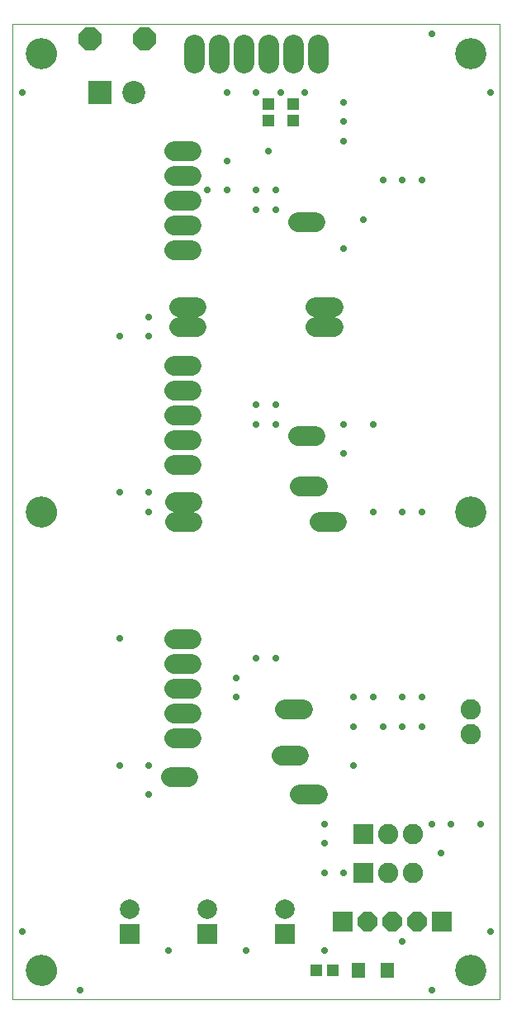
<source format=gts>
G75*
%MOIN*%
%OFA0B0*%
%FSLAX25Y25*%
%IPPOS*%
%LPD*%
%AMOC8*
5,1,8,0,0,1.08239X$1,22.5*
%
%ADD10C,0.00000*%
%ADD11C,0.12611*%
%ADD12C,0.08200*%
%ADD13OC8,0.07887*%
%ADD14R,0.07887X0.07887*%
%ADD15C,0.07887*%
%ADD16R,0.05524X0.06312*%
%ADD17R,0.05131X0.04737*%
%ADD18C,0.08000*%
%ADD19R,0.08200X0.08200*%
%ADD20C,0.08200*%
%ADD21R,0.04737X0.05131*%
%ADD22R,0.09304X0.09304*%
%ADD23C,0.09304*%
%ADD24OC8,0.02581*%
%ADD25OC8,0.09400*%
D10*
X0001400Y0001400D02*
X0001400Y0395101D01*
X0198250Y0395101D01*
X0198250Y0001400D01*
X0001400Y0001400D01*
X0007305Y0013211D02*
X0007307Y0013364D01*
X0007313Y0013518D01*
X0007323Y0013671D01*
X0007337Y0013823D01*
X0007355Y0013976D01*
X0007377Y0014127D01*
X0007402Y0014278D01*
X0007432Y0014429D01*
X0007466Y0014579D01*
X0007503Y0014727D01*
X0007544Y0014875D01*
X0007589Y0015021D01*
X0007638Y0015167D01*
X0007691Y0015311D01*
X0007747Y0015453D01*
X0007807Y0015594D01*
X0007871Y0015734D01*
X0007938Y0015872D01*
X0008009Y0016008D01*
X0008084Y0016142D01*
X0008161Y0016274D01*
X0008243Y0016404D01*
X0008327Y0016532D01*
X0008415Y0016658D01*
X0008506Y0016781D01*
X0008600Y0016902D01*
X0008698Y0017020D01*
X0008798Y0017136D01*
X0008902Y0017249D01*
X0009008Y0017360D01*
X0009117Y0017468D01*
X0009229Y0017573D01*
X0009343Y0017674D01*
X0009461Y0017773D01*
X0009580Y0017869D01*
X0009702Y0017962D01*
X0009827Y0018051D01*
X0009954Y0018138D01*
X0010083Y0018220D01*
X0010214Y0018300D01*
X0010347Y0018376D01*
X0010482Y0018449D01*
X0010619Y0018518D01*
X0010758Y0018583D01*
X0010898Y0018645D01*
X0011040Y0018703D01*
X0011183Y0018758D01*
X0011328Y0018809D01*
X0011474Y0018856D01*
X0011621Y0018899D01*
X0011769Y0018938D01*
X0011918Y0018974D01*
X0012068Y0019005D01*
X0012219Y0019033D01*
X0012370Y0019057D01*
X0012523Y0019077D01*
X0012675Y0019093D01*
X0012828Y0019105D01*
X0012981Y0019113D01*
X0013134Y0019117D01*
X0013288Y0019117D01*
X0013441Y0019113D01*
X0013594Y0019105D01*
X0013747Y0019093D01*
X0013899Y0019077D01*
X0014052Y0019057D01*
X0014203Y0019033D01*
X0014354Y0019005D01*
X0014504Y0018974D01*
X0014653Y0018938D01*
X0014801Y0018899D01*
X0014948Y0018856D01*
X0015094Y0018809D01*
X0015239Y0018758D01*
X0015382Y0018703D01*
X0015524Y0018645D01*
X0015664Y0018583D01*
X0015803Y0018518D01*
X0015940Y0018449D01*
X0016075Y0018376D01*
X0016208Y0018300D01*
X0016339Y0018220D01*
X0016468Y0018138D01*
X0016595Y0018051D01*
X0016720Y0017962D01*
X0016842Y0017869D01*
X0016961Y0017773D01*
X0017079Y0017674D01*
X0017193Y0017573D01*
X0017305Y0017468D01*
X0017414Y0017360D01*
X0017520Y0017249D01*
X0017624Y0017136D01*
X0017724Y0017020D01*
X0017822Y0016902D01*
X0017916Y0016781D01*
X0018007Y0016658D01*
X0018095Y0016532D01*
X0018179Y0016404D01*
X0018261Y0016274D01*
X0018338Y0016142D01*
X0018413Y0016008D01*
X0018484Y0015872D01*
X0018551Y0015734D01*
X0018615Y0015594D01*
X0018675Y0015453D01*
X0018731Y0015311D01*
X0018784Y0015167D01*
X0018833Y0015021D01*
X0018878Y0014875D01*
X0018919Y0014727D01*
X0018956Y0014579D01*
X0018990Y0014429D01*
X0019020Y0014278D01*
X0019045Y0014127D01*
X0019067Y0013976D01*
X0019085Y0013823D01*
X0019099Y0013671D01*
X0019109Y0013518D01*
X0019115Y0013364D01*
X0019117Y0013211D01*
X0019115Y0013058D01*
X0019109Y0012904D01*
X0019099Y0012751D01*
X0019085Y0012599D01*
X0019067Y0012446D01*
X0019045Y0012295D01*
X0019020Y0012144D01*
X0018990Y0011993D01*
X0018956Y0011843D01*
X0018919Y0011695D01*
X0018878Y0011547D01*
X0018833Y0011401D01*
X0018784Y0011255D01*
X0018731Y0011111D01*
X0018675Y0010969D01*
X0018615Y0010828D01*
X0018551Y0010688D01*
X0018484Y0010550D01*
X0018413Y0010414D01*
X0018338Y0010280D01*
X0018261Y0010148D01*
X0018179Y0010018D01*
X0018095Y0009890D01*
X0018007Y0009764D01*
X0017916Y0009641D01*
X0017822Y0009520D01*
X0017724Y0009402D01*
X0017624Y0009286D01*
X0017520Y0009173D01*
X0017414Y0009062D01*
X0017305Y0008954D01*
X0017193Y0008849D01*
X0017079Y0008748D01*
X0016961Y0008649D01*
X0016842Y0008553D01*
X0016720Y0008460D01*
X0016595Y0008371D01*
X0016468Y0008284D01*
X0016339Y0008202D01*
X0016208Y0008122D01*
X0016075Y0008046D01*
X0015940Y0007973D01*
X0015803Y0007904D01*
X0015664Y0007839D01*
X0015524Y0007777D01*
X0015382Y0007719D01*
X0015239Y0007664D01*
X0015094Y0007613D01*
X0014948Y0007566D01*
X0014801Y0007523D01*
X0014653Y0007484D01*
X0014504Y0007448D01*
X0014354Y0007417D01*
X0014203Y0007389D01*
X0014052Y0007365D01*
X0013899Y0007345D01*
X0013747Y0007329D01*
X0013594Y0007317D01*
X0013441Y0007309D01*
X0013288Y0007305D01*
X0013134Y0007305D01*
X0012981Y0007309D01*
X0012828Y0007317D01*
X0012675Y0007329D01*
X0012523Y0007345D01*
X0012370Y0007365D01*
X0012219Y0007389D01*
X0012068Y0007417D01*
X0011918Y0007448D01*
X0011769Y0007484D01*
X0011621Y0007523D01*
X0011474Y0007566D01*
X0011328Y0007613D01*
X0011183Y0007664D01*
X0011040Y0007719D01*
X0010898Y0007777D01*
X0010758Y0007839D01*
X0010619Y0007904D01*
X0010482Y0007973D01*
X0010347Y0008046D01*
X0010214Y0008122D01*
X0010083Y0008202D01*
X0009954Y0008284D01*
X0009827Y0008371D01*
X0009702Y0008460D01*
X0009580Y0008553D01*
X0009461Y0008649D01*
X0009343Y0008748D01*
X0009229Y0008849D01*
X0009117Y0008954D01*
X0009008Y0009062D01*
X0008902Y0009173D01*
X0008798Y0009286D01*
X0008698Y0009402D01*
X0008600Y0009520D01*
X0008506Y0009641D01*
X0008415Y0009764D01*
X0008327Y0009890D01*
X0008243Y0010018D01*
X0008161Y0010148D01*
X0008084Y0010280D01*
X0008009Y0010414D01*
X0007938Y0010550D01*
X0007871Y0010688D01*
X0007807Y0010828D01*
X0007747Y0010969D01*
X0007691Y0011111D01*
X0007638Y0011255D01*
X0007589Y0011401D01*
X0007544Y0011547D01*
X0007503Y0011695D01*
X0007466Y0011843D01*
X0007432Y0011993D01*
X0007402Y0012144D01*
X0007377Y0012295D01*
X0007355Y0012446D01*
X0007337Y0012599D01*
X0007323Y0012751D01*
X0007313Y0012904D01*
X0007307Y0013058D01*
X0007305Y0013211D01*
X0007305Y0198250D02*
X0007307Y0198403D01*
X0007313Y0198557D01*
X0007323Y0198710D01*
X0007337Y0198862D01*
X0007355Y0199015D01*
X0007377Y0199166D01*
X0007402Y0199317D01*
X0007432Y0199468D01*
X0007466Y0199618D01*
X0007503Y0199766D01*
X0007544Y0199914D01*
X0007589Y0200060D01*
X0007638Y0200206D01*
X0007691Y0200350D01*
X0007747Y0200492D01*
X0007807Y0200633D01*
X0007871Y0200773D01*
X0007938Y0200911D01*
X0008009Y0201047D01*
X0008084Y0201181D01*
X0008161Y0201313D01*
X0008243Y0201443D01*
X0008327Y0201571D01*
X0008415Y0201697D01*
X0008506Y0201820D01*
X0008600Y0201941D01*
X0008698Y0202059D01*
X0008798Y0202175D01*
X0008902Y0202288D01*
X0009008Y0202399D01*
X0009117Y0202507D01*
X0009229Y0202612D01*
X0009343Y0202713D01*
X0009461Y0202812D01*
X0009580Y0202908D01*
X0009702Y0203001D01*
X0009827Y0203090D01*
X0009954Y0203177D01*
X0010083Y0203259D01*
X0010214Y0203339D01*
X0010347Y0203415D01*
X0010482Y0203488D01*
X0010619Y0203557D01*
X0010758Y0203622D01*
X0010898Y0203684D01*
X0011040Y0203742D01*
X0011183Y0203797D01*
X0011328Y0203848D01*
X0011474Y0203895D01*
X0011621Y0203938D01*
X0011769Y0203977D01*
X0011918Y0204013D01*
X0012068Y0204044D01*
X0012219Y0204072D01*
X0012370Y0204096D01*
X0012523Y0204116D01*
X0012675Y0204132D01*
X0012828Y0204144D01*
X0012981Y0204152D01*
X0013134Y0204156D01*
X0013288Y0204156D01*
X0013441Y0204152D01*
X0013594Y0204144D01*
X0013747Y0204132D01*
X0013899Y0204116D01*
X0014052Y0204096D01*
X0014203Y0204072D01*
X0014354Y0204044D01*
X0014504Y0204013D01*
X0014653Y0203977D01*
X0014801Y0203938D01*
X0014948Y0203895D01*
X0015094Y0203848D01*
X0015239Y0203797D01*
X0015382Y0203742D01*
X0015524Y0203684D01*
X0015664Y0203622D01*
X0015803Y0203557D01*
X0015940Y0203488D01*
X0016075Y0203415D01*
X0016208Y0203339D01*
X0016339Y0203259D01*
X0016468Y0203177D01*
X0016595Y0203090D01*
X0016720Y0203001D01*
X0016842Y0202908D01*
X0016961Y0202812D01*
X0017079Y0202713D01*
X0017193Y0202612D01*
X0017305Y0202507D01*
X0017414Y0202399D01*
X0017520Y0202288D01*
X0017624Y0202175D01*
X0017724Y0202059D01*
X0017822Y0201941D01*
X0017916Y0201820D01*
X0018007Y0201697D01*
X0018095Y0201571D01*
X0018179Y0201443D01*
X0018261Y0201313D01*
X0018338Y0201181D01*
X0018413Y0201047D01*
X0018484Y0200911D01*
X0018551Y0200773D01*
X0018615Y0200633D01*
X0018675Y0200492D01*
X0018731Y0200350D01*
X0018784Y0200206D01*
X0018833Y0200060D01*
X0018878Y0199914D01*
X0018919Y0199766D01*
X0018956Y0199618D01*
X0018990Y0199468D01*
X0019020Y0199317D01*
X0019045Y0199166D01*
X0019067Y0199015D01*
X0019085Y0198862D01*
X0019099Y0198710D01*
X0019109Y0198557D01*
X0019115Y0198403D01*
X0019117Y0198250D01*
X0019115Y0198097D01*
X0019109Y0197943D01*
X0019099Y0197790D01*
X0019085Y0197638D01*
X0019067Y0197485D01*
X0019045Y0197334D01*
X0019020Y0197183D01*
X0018990Y0197032D01*
X0018956Y0196882D01*
X0018919Y0196734D01*
X0018878Y0196586D01*
X0018833Y0196440D01*
X0018784Y0196294D01*
X0018731Y0196150D01*
X0018675Y0196008D01*
X0018615Y0195867D01*
X0018551Y0195727D01*
X0018484Y0195589D01*
X0018413Y0195453D01*
X0018338Y0195319D01*
X0018261Y0195187D01*
X0018179Y0195057D01*
X0018095Y0194929D01*
X0018007Y0194803D01*
X0017916Y0194680D01*
X0017822Y0194559D01*
X0017724Y0194441D01*
X0017624Y0194325D01*
X0017520Y0194212D01*
X0017414Y0194101D01*
X0017305Y0193993D01*
X0017193Y0193888D01*
X0017079Y0193787D01*
X0016961Y0193688D01*
X0016842Y0193592D01*
X0016720Y0193499D01*
X0016595Y0193410D01*
X0016468Y0193323D01*
X0016339Y0193241D01*
X0016208Y0193161D01*
X0016075Y0193085D01*
X0015940Y0193012D01*
X0015803Y0192943D01*
X0015664Y0192878D01*
X0015524Y0192816D01*
X0015382Y0192758D01*
X0015239Y0192703D01*
X0015094Y0192652D01*
X0014948Y0192605D01*
X0014801Y0192562D01*
X0014653Y0192523D01*
X0014504Y0192487D01*
X0014354Y0192456D01*
X0014203Y0192428D01*
X0014052Y0192404D01*
X0013899Y0192384D01*
X0013747Y0192368D01*
X0013594Y0192356D01*
X0013441Y0192348D01*
X0013288Y0192344D01*
X0013134Y0192344D01*
X0012981Y0192348D01*
X0012828Y0192356D01*
X0012675Y0192368D01*
X0012523Y0192384D01*
X0012370Y0192404D01*
X0012219Y0192428D01*
X0012068Y0192456D01*
X0011918Y0192487D01*
X0011769Y0192523D01*
X0011621Y0192562D01*
X0011474Y0192605D01*
X0011328Y0192652D01*
X0011183Y0192703D01*
X0011040Y0192758D01*
X0010898Y0192816D01*
X0010758Y0192878D01*
X0010619Y0192943D01*
X0010482Y0193012D01*
X0010347Y0193085D01*
X0010214Y0193161D01*
X0010083Y0193241D01*
X0009954Y0193323D01*
X0009827Y0193410D01*
X0009702Y0193499D01*
X0009580Y0193592D01*
X0009461Y0193688D01*
X0009343Y0193787D01*
X0009229Y0193888D01*
X0009117Y0193993D01*
X0009008Y0194101D01*
X0008902Y0194212D01*
X0008798Y0194325D01*
X0008698Y0194441D01*
X0008600Y0194559D01*
X0008506Y0194680D01*
X0008415Y0194803D01*
X0008327Y0194929D01*
X0008243Y0195057D01*
X0008161Y0195187D01*
X0008084Y0195319D01*
X0008009Y0195453D01*
X0007938Y0195589D01*
X0007871Y0195727D01*
X0007807Y0195867D01*
X0007747Y0196008D01*
X0007691Y0196150D01*
X0007638Y0196294D01*
X0007589Y0196440D01*
X0007544Y0196586D01*
X0007503Y0196734D01*
X0007466Y0196882D01*
X0007432Y0197032D01*
X0007402Y0197183D01*
X0007377Y0197334D01*
X0007355Y0197485D01*
X0007337Y0197638D01*
X0007323Y0197790D01*
X0007313Y0197943D01*
X0007307Y0198097D01*
X0007305Y0198250D01*
X0007305Y0383290D02*
X0007307Y0383443D01*
X0007313Y0383597D01*
X0007323Y0383750D01*
X0007337Y0383902D01*
X0007355Y0384055D01*
X0007377Y0384206D01*
X0007402Y0384357D01*
X0007432Y0384508D01*
X0007466Y0384658D01*
X0007503Y0384806D01*
X0007544Y0384954D01*
X0007589Y0385100D01*
X0007638Y0385246D01*
X0007691Y0385390D01*
X0007747Y0385532D01*
X0007807Y0385673D01*
X0007871Y0385813D01*
X0007938Y0385951D01*
X0008009Y0386087D01*
X0008084Y0386221D01*
X0008161Y0386353D01*
X0008243Y0386483D01*
X0008327Y0386611D01*
X0008415Y0386737D01*
X0008506Y0386860D01*
X0008600Y0386981D01*
X0008698Y0387099D01*
X0008798Y0387215D01*
X0008902Y0387328D01*
X0009008Y0387439D01*
X0009117Y0387547D01*
X0009229Y0387652D01*
X0009343Y0387753D01*
X0009461Y0387852D01*
X0009580Y0387948D01*
X0009702Y0388041D01*
X0009827Y0388130D01*
X0009954Y0388217D01*
X0010083Y0388299D01*
X0010214Y0388379D01*
X0010347Y0388455D01*
X0010482Y0388528D01*
X0010619Y0388597D01*
X0010758Y0388662D01*
X0010898Y0388724D01*
X0011040Y0388782D01*
X0011183Y0388837D01*
X0011328Y0388888D01*
X0011474Y0388935D01*
X0011621Y0388978D01*
X0011769Y0389017D01*
X0011918Y0389053D01*
X0012068Y0389084D01*
X0012219Y0389112D01*
X0012370Y0389136D01*
X0012523Y0389156D01*
X0012675Y0389172D01*
X0012828Y0389184D01*
X0012981Y0389192D01*
X0013134Y0389196D01*
X0013288Y0389196D01*
X0013441Y0389192D01*
X0013594Y0389184D01*
X0013747Y0389172D01*
X0013899Y0389156D01*
X0014052Y0389136D01*
X0014203Y0389112D01*
X0014354Y0389084D01*
X0014504Y0389053D01*
X0014653Y0389017D01*
X0014801Y0388978D01*
X0014948Y0388935D01*
X0015094Y0388888D01*
X0015239Y0388837D01*
X0015382Y0388782D01*
X0015524Y0388724D01*
X0015664Y0388662D01*
X0015803Y0388597D01*
X0015940Y0388528D01*
X0016075Y0388455D01*
X0016208Y0388379D01*
X0016339Y0388299D01*
X0016468Y0388217D01*
X0016595Y0388130D01*
X0016720Y0388041D01*
X0016842Y0387948D01*
X0016961Y0387852D01*
X0017079Y0387753D01*
X0017193Y0387652D01*
X0017305Y0387547D01*
X0017414Y0387439D01*
X0017520Y0387328D01*
X0017624Y0387215D01*
X0017724Y0387099D01*
X0017822Y0386981D01*
X0017916Y0386860D01*
X0018007Y0386737D01*
X0018095Y0386611D01*
X0018179Y0386483D01*
X0018261Y0386353D01*
X0018338Y0386221D01*
X0018413Y0386087D01*
X0018484Y0385951D01*
X0018551Y0385813D01*
X0018615Y0385673D01*
X0018675Y0385532D01*
X0018731Y0385390D01*
X0018784Y0385246D01*
X0018833Y0385100D01*
X0018878Y0384954D01*
X0018919Y0384806D01*
X0018956Y0384658D01*
X0018990Y0384508D01*
X0019020Y0384357D01*
X0019045Y0384206D01*
X0019067Y0384055D01*
X0019085Y0383902D01*
X0019099Y0383750D01*
X0019109Y0383597D01*
X0019115Y0383443D01*
X0019117Y0383290D01*
X0019115Y0383137D01*
X0019109Y0382983D01*
X0019099Y0382830D01*
X0019085Y0382678D01*
X0019067Y0382525D01*
X0019045Y0382374D01*
X0019020Y0382223D01*
X0018990Y0382072D01*
X0018956Y0381922D01*
X0018919Y0381774D01*
X0018878Y0381626D01*
X0018833Y0381480D01*
X0018784Y0381334D01*
X0018731Y0381190D01*
X0018675Y0381048D01*
X0018615Y0380907D01*
X0018551Y0380767D01*
X0018484Y0380629D01*
X0018413Y0380493D01*
X0018338Y0380359D01*
X0018261Y0380227D01*
X0018179Y0380097D01*
X0018095Y0379969D01*
X0018007Y0379843D01*
X0017916Y0379720D01*
X0017822Y0379599D01*
X0017724Y0379481D01*
X0017624Y0379365D01*
X0017520Y0379252D01*
X0017414Y0379141D01*
X0017305Y0379033D01*
X0017193Y0378928D01*
X0017079Y0378827D01*
X0016961Y0378728D01*
X0016842Y0378632D01*
X0016720Y0378539D01*
X0016595Y0378450D01*
X0016468Y0378363D01*
X0016339Y0378281D01*
X0016208Y0378201D01*
X0016075Y0378125D01*
X0015940Y0378052D01*
X0015803Y0377983D01*
X0015664Y0377918D01*
X0015524Y0377856D01*
X0015382Y0377798D01*
X0015239Y0377743D01*
X0015094Y0377692D01*
X0014948Y0377645D01*
X0014801Y0377602D01*
X0014653Y0377563D01*
X0014504Y0377527D01*
X0014354Y0377496D01*
X0014203Y0377468D01*
X0014052Y0377444D01*
X0013899Y0377424D01*
X0013747Y0377408D01*
X0013594Y0377396D01*
X0013441Y0377388D01*
X0013288Y0377384D01*
X0013134Y0377384D01*
X0012981Y0377388D01*
X0012828Y0377396D01*
X0012675Y0377408D01*
X0012523Y0377424D01*
X0012370Y0377444D01*
X0012219Y0377468D01*
X0012068Y0377496D01*
X0011918Y0377527D01*
X0011769Y0377563D01*
X0011621Y0377602D01*
X0011474Y0377645D01*
X0011328Y0377692D01*
X0011183Y0377743D01*
X0011040Y0377798D01*
X0010898Y0377856D01*
X0010758Y0377918D01*
X0010619Y0377983D01*
X0010482Y0378052D01*
X0010347Y0378125D01*
X0010214Y0378201D01*
X0010083Y0378281D01*
X0009954Y0378363D01*
X0009827Y0378450D01*
X0009702Y0378539D01*
X0009580Y0378632D01*
X0009461Y0378728D01*
X0009343Y0378827D01*
X0009229Y0378928D01*
X0009117Y0379033D01*
X0009008Y0379141D01*
X0008902Y0379252D01*
X0008798Y0379365D01*
X0008698Y0379481D01*
X0008600Y0379599D01*
X0008506Y0379720D01*
X0008415Y0379843D01*
X0008327Y0379969D01*
X0008243Y0380097D01*
X0008161Y0380227D01*
X0008084Y0380359D01*
X0008009Y0380493D01*
X0007938Y0380629D01*
X0007871Y0380767D01*
X0007807Y0380907D01*
X0007747Y0381048D01*
X0007691Y0381190D01*
X0007638Y0381334D01*
X0007589Y0381480D01*
X0007544Y0381626D01*
X0007503Y0381774D01*
X0007466Y0381922D01*
X0007432Y0382072D01*
X0007402Y0382223D01*
X0007377Y0382374D01*
X0007355Y0382525D01*
X0007337Y0382678D01*
X0007323Y0382830D01*
X0007313Y0382983D01*
X0007307Y0383137D01*
X0007305Y0383290D01*
X0180533Y0383290D02*
X0180535Y0383443D01*
X0180541Y0383597D01*
X0180551Y0383750D01*
X0180565Y0383902D01*
X0180583Y0384055D01*
X0180605Y0384206D01*
X0180630Y0384357D01*
X0180660Y0384508D01*
X0180694Y0384658D01*
X0180731Y0384806D01*
X0180772Y0384954D01*
X0180817Y0385100D01*
X0180866Y0385246D01*
X0180919Y0385390D01*
X0180975Y0385532D01*
X0181035Y0385673D01*
X0181099Y0385813D01*
X0181166Y0385951D01*
X0181237Y0386087D01*
X0181312Y0386221D01*
X0181389Y0386353D01*
X0181471Y0386483D01*
X0181555Y0386611D01*
X0181643Y0386737D01*
X0181734Y0386860D01*
X0181828Y0386981D01*
X0181926Y0387099D01*
X0182026Y0387215D01*
X0182130Y0387328D01*
X0182236Y0387439D01*
X0182345Y0387547D01*
X0182457Y0387652D01*
X0182571Y0387753D01*
X0182689Y0387852D01*
X0182808Y0387948D01*
X0182930Y0388041D01*
X0183055Y0388130D01*
X0183182Y0388217D01*
X0183311Y0388299D01*
X0183442Y0388379D01*
X0183575Y0388455D01*
X0183710Y0388528D01*
X0183847Y0388597D01*
X0183986Y0388662D01*
X0184126Y0388724D01*
X0184268Y0388782D01*
X0184411Y0388837D01*
X0184556Y0388888D01*
X0184702Y0388935D01*
X0184849Y0388978D01*
X0184997Y0389017D01*
X0185146Y0389053D01*
X0185296Y0389084D01*
X0185447Y0389112D01*
X0185598Y0389136D01*
X0185751Y0389156D01*
X0185903Y0389172D01*
X0186056Y0389184D01*
X0186209Y0389192D01*
X0186362Y0389196D01*
X0186516Y0389196D01*
X0186669Y0389192D01*
X0186822Y0389184D01*
X0186975Y0389172D01*
X0187127Y0389156D01*
X0187280Y0389136D01*
X0187431Y0389112D01*
X0187582Y0389084D01*
X0187732Y0389053D01*
X0187881Y0389017D01*
X0188029Y0388978D01*
X0188176Y0388935D01*
X0188322Y0388888D01*
X0188467Y0388837D01*
X0188610Y0388782D01*
X0188752Y0388724D01*
X0188892Y0388662D01*
X0189031Y0388597D01*
X0189168Y0388528D01*
X0189303Y0388455D01*
X0189436Y0388379D01*
X0189567Y0388299D01*
X0189696Y0388217D01*
X0189823Y0388130D01*
X0189948Y0388041D01*
X0190070Y0387948D01*
X0190189Y0387852D01*
X0190307Y0387753D01*
X0190421Y0387652D01*
X0190533Y0387547D01*
X0190642Y0387439D01*
X0190748Y0387328D01*
X0190852Y0387215D01*
X0190952Y0387099D01*
X0191050Y0386981D01*
X0191144Y0386860D01*
X0191235Y0386737D01*
X0191323Y0386611D01*
X0191407Y0386483D01*
X0191489Y0386353D01*
X0191566Y0386221D01*
X0191641Y0386087D01*
X0191712Y0385951D01*
X0191779Y0385813D01*
X0191843Y0385673D01*
X0191903Y0385532D01*
X0191959Y0385390D01*
X0192012Y0385246D01*
X0192061Y0385100D01*
X0192106Y0384954D01*
X0192147Y0384806D01*
X0192184Y0384658D01*
X0192218Y0384508D01*
X0192248Y0384357D01*
X0192273Y0384206D01*
X0192295Y0384055D01*
X0192313Y0383902D01*
X0192327Y0383750D01*
X0192337Y0383597D01*
X0192343Y0383443D01*
X0192345Y0383290D01*
X0192343Y0383137D01*
X0192337Y0382983D01*
X0192327Y0382830D01*
X0192313Y0382678D01*
X0192295Y0382525D01*
X0192273Y0382374D01*
X0192248Y0382223D01*
X0192218Y0382072D01*
X0192184Y0381922D01*
X0192147Y0381774D01*
X0192106Y0381626D01*
X0192061Y0381480D01*
X0192012Y0381334D01*
X0191959Y0381190D01*
X0191903Y0381048D01*
X0191843Y0380907D01*
X0191779Y0380767D01*
X0191712Y0380629D01*
X0191641Y0380493D01*
X0191566Y0380359D01*
X0191489Y0380227D01*
X0191407Y0380097D01*
X0191323Y0379969D01*
X0191235Y0379843D01*
X0191144Y0379720D01*
X0191050Y0379599D01*
X0190952Y0379481D01*
X0190852Y0379365D01*
X0190748Y0379252D01*
X0190642Y0379141D01*
X0190533Y0379033D01*
X0190421Y0378928D01*
X0190307Y0378827D01*
X0190189Y0378728D01*
X0190070Y0378632D01*
X0189948Y0378539D01*
X0189823Y0378450D01*
X0189696Y0378363D01*
X0189567Y0378281D01*
X0189436Y0378201D01*
X0189303Y0378125D01*
X0189168Y0378052D01*
X0189031Y0377983D01*
X0188892Y0377918D01*
X0188752Y0377856D01*
X0188610Y0377798D01*
X0188467Y0377743D01*
X0188322Y0377692D01*
X0188176Y0377645D01*
X0188029Y0377602D01*
X0187881Y0377563D01*
X0187732Y0377527D01*
X0187582Y0377496D01*
X0187431Y0377468D01*
X0187280Y0377444D01*
X0187127Y0377424D01*
X0186975Y0377408D01*
X0186822Y0377396D01*
X0186669Y0377388D01*
X0186516Y0377384D01*
X0186362Y0377384D01*
X0186209Y0377388D01*
X0186056Y0377396D01*
X0185903Y0377408D01*
X0185751Y0377424D01*
X0185598Y0377444D01*
X0185447Y0377468D01*
X0185296Y0377496D01*
X0185146Y0377527D01*
X0184997Y0377563D01*
X0184849Y0377602D01*
X0184702Y0377645D01*
X0184556Y0377692D01*
X0184411Y0377743D01*
X0184268Y0377798D01*
X0184126Y0377856D01*
X0183986Y0377918D01*
X0183847Y0377983D01*
X0183710Y0378052D01*
X0183575Y0378125D01*
X0183442Y0378201D01*
X0183311Y0378281D01*
X0183182Y0378363D01*
X0183055Y0378450D01*
X0182930Y0378539D01*
X0182808Y0378632D01*
X0182689Y0378728D01*
X0182571Y0378827D01*
X0182457Y0378928D01*
X0182345Y0379033D01*
X0182236Y0379141D01*
X0182130Y0379252D01*
X0182026Y0379365D01*
X0181926Y0379481D01*
X0181828Y0379599D01*
X0181734Y0379720D01*
X0181643Y0379843D01*
X0181555Y0379969D01*
X0181471Y0380097D01*
X0181389Y0380227D01*
X0181312Y0380359D01*
X0181237Y0380493D01*
X0181166Y0380629D01*
X0181099Y0380767D01*
X0181035Y0380907D01*
X0180975Y0381048D01*
X0180919Y0381190D01*
X0180866Y0381334D01*
X0180817Y0381480D01*
X0180772Y0381626D01*
X0180731Y0381774D01*
X0180694Y0381922D01*
X0180660Y0382072D01*
X0180630Y0382223D01*
X0180605Y0382374D01*
X0180583Y0382525D01*
X0180565Y0382678D01*
X0180551Y0382830D01*
X0180541Y0382983D01*
X0180535Y0383137D01*
X0180533Y0383290D01*
X0180533Y0198250D02*
X0180535Y0198403D01*
X0180541Y0198557D01*
X0180551Y0198710D01*
X0180565Y0198862D01*
X0180583Y0199015D01*
X0180605Y0199166D01*
X0180630Y0199317D01*
X0180660Y0199468D01*
X0180694Y0199618D01*
X0180731Y0199766D01*
X0180772Y0199914D01*
X0180817Y0200060D01*
X0180866Y0200206D01*
X0180919Y0200350D01*
X0180975Y0200492D01*
X0181035Y0200633D01*
X0181099Y0200773D01*
X0181166Y0200911D01*
X0181237Y0201047D01*
X0181312Y0201181D01*
X0181389Y0201313D01*
X0181471Y0201443D01*
X0181555Y0201571D01*
X0181643Y0201697D01*
X0181734Y0201820D01*
X0181828Y0201941D01*
X0181926Y0202059D01*
X0182026Y0202175D01*
X0182130Y0202288D01*
X0182236Y0202399D01*
X0182345Y0202507D01*
X0182457Y0202612D01*
X0182571Y0202713D01*
X0182689Y0202812D01*
X0182808Y0202908D01*
X0182930Y0203001D01*
X0183055Y0203090D01*
X0183182Y0203177D01*
X0183311Y0203259D01*
X0183442Y0203339D01*
X0183575Y0203415D01*
X0183710Y0203488D01*
X0183847Y0203557D01*
X0183986Y0203622D01*
X0184126Y0203684D01*
X0184268Y0203742D01*
X0184411Y0203797D01*
X0184556Y0203848D01*
X0184702Y0203895D01*
X0184849Y0203938D01*
X0184997Y0203977D01*
X0185146Y0204013D01*
X0185296Y0204044D01*
X0185447Y0204072D01*
X0185598Y0204096D01*
X0185751Y0204116D01*
X0185903Y0204132D01*
X0186056Y0204144D01*
X0186209Y0204152D01*
X0186362Y0204156D01*
X0186516Y0204156D01*
X0186669Y0204152D01*
X0186822Y0204144D01*
X0186975Y0204132D01*
X0187127Y0204116D01*
X0187280Y0204096D01*
X0187431Y0204072D01*
X0187582Y0204044D01*
X0187732Y0204013D01*
X0187881Y0203977D01*
X0188029Y0203938D01*
X0188176Y0203895D01*
X0188322Y0203848D01*
X0188467Y0203797D01*
X0188610Y0203742D01*
X0188752Y0203684D01*
X0188892Y0203622D01*
X0189031Y0203557D01*
X0189168Y0203488D01*
X0189303Y0203415D01*
X0189436Y0203339D01*
X0189567Y0203259D01*
X0189696Y0203177D01*
X0189823Y0203090D01*
X0189948Y0203001D01*
X0190070Y0202908D01*
X0190189Y0202812D01*
X0190307Y0202713D01*
X0190421Y0202612D01*
X0190533Y0202507D01*
X0190642Y0202399D01*
X0190748Y0202288D01*
X0190852Y0202175D01*
X0190952Y0202059D01*
X0191050Y0201941D01*
X0191144Y0201820D01*
X0191235Y0201697D01*
X0191323Y0201571D01*
X0191407Y0201443D01*
X0191489Y0201313D01*
X0191566Y0201181D01*
X0191641Y0201047D01*
X0191712Y0200911D01*
X0191779Y0200773D01*
X0191843Y0200633D01*
X0191903Y0200492D01*
X0191959Y0200350D01*
X0192012Y0200206D01*
X0192061Y0200060D01*
X0192106Y0199914D01*
X0192147Y0199766D01*
X0192184Y0199618D01*
X0192218Y0199468D01*
X0192248Y0199317D01*
X0192273Y0199166D01*
X0192295Y0199015D01*
X0192313Y0198862D01*
X0192327Y0198710D01*
X0192337Y0198557D01*
X0192343Y0198403D01*
X0192345Y0198250D01*
X0192343Y0198097D01*
X0192337Y0197943D01*
X0192327Y0197790D01*
X0192313Y0197638D01*
X0192295Y0197485D01*
X0192273Y0197334D01*
X0192248Y0197183D01*
X0192218Y0197032D01*
X0192184Y0196882D01*
X0192147Y0196734D01*
X0192106Y0196586D01*
X0192061Y0196440D01*
X0192012Y0196294D01*
X0191959Y0196150D01*
X0191903Y0196008D01*
X0191843Y0195867D01*
X0191779Y0195727D01*
X0191712Y0195589D01*
X0191641Y0195453D01*
X0191566Y0195319D01*
X0191489Y0195187D01*
X0191407Y0195057D01*
X0191323Y0194929D01*
X0191235Y0194803D01*
X0191144Y0194680D01*
X0191050Y0194559D01*
X0190952Y0194441D01*
X0190852Y0194325D01*
X0190748Y0194212D01*
X0190642Y0194101D01*
X0190533Y0193993D01*
X0190421Y0193888D01*
X0190307Y0193787D01*
X0190189Y0193688D01*
X0190070Y0193592D01*
X0189948Y0193499D01*
X0189823Y0193410D01*
X0189696Y0193323D01*
X0189567Y0193241D01*
X0189436Y0193161D01*
X0189303Y0193085D01*
X0189168Y0193012D01*
X0189031Y0192943D01*
X0188892Y0192878D01*
X0188752Y0192816D01*
X0188610Y0192758D01*
X0188467Y0192703D01*
X0188322Y0192652D01*
X0188176Y0192605D01*
X0188029Y0192562D01*
X0187881Y0192523D01*
X0187732Y0192487D01*
X0187582Y0192456D01*
X0187431Y0192428D01*
X0187280Y0192404D01*
X0187127Y0192384D01*
X0186975Y0192368D01*
X0186822Y0192356D01*
X0186669Y0192348D01*
X0186516Y0192344D01*
X0186362Y0192344D01*
X0186209Y0192348D01*
X0186056Y0192356D01*
X0185903Y0192368D01*
X0185751Y0192384D01*
X0185598Y0192404D01*
X0185447Y0192428D01*
X0185296Y0192456D01*
X0185146Y0192487D01*
X0184997Y0192523D01*
X0184849Y0192562D01*
X0184702Y0192605D01*
X0184556Y0192652D01*
X0184411Y0192703D01*
X0184268Y0192758D01*
X0184126Y0192816D01*
X0183986Y0192878D01*
X0183847Y0192943D01*
X0183710Y0193012D01*
X0183575Y0193085D01*
X0183442Y0193161D01*
X0183311Y0193241D01*
X0183182Y0193323D01*
X0183055Y0193410D01*
X0182930Y0193499D01*
X0182808Y0193592D01*
X0182689Y0193688D01*
X0182571Y0193787D01*
X0182457Y0193888D01*
X0182345Y0193993D01*
X0182236Y0194101D01*
X0182130Y0194212D01*
X0182026Y0194325D01*
X0181926Y0194441D01*
X0181828Y0194559D01*
X0181734Y0194680D01*
X0181643Y0194803D01*
X0181555Y0194929D01*
X0181471Y0195057D01*
X0181389Y0195187D01*
X0181312Y0195319D01*
X0181237Y0195453D01*
X0181166Y0195589D01*
X0181099Y0195727D01*
X0181035Y0195867D01*
X0180975Y0196008D01*
X0180919Y0196150D01*
X0180866Y0196294D01*
X0180817Y0196440D01*
X0180772Y0196586D01*
X0180731Y0196734D01*
X0180694Y0196882D01*
X0180660Y0197032D01*
X0180630Y0197183D01*
X0180605Y0197334D01*
X0180583Y0197485D01*
X0180565Y0197638D01*
X0180551Y0197790D01*
X0180541Y0197943D01*
X0180535Y0198097D01*
X0180533Y0198250D01*
X0180533Y0013211D02*
X0180535Y0013364D01*
X0180541Y0013518D01*
X0180551Y0013671D01*
X0180565Y0013823D01*
X0180583Y0013976D01*
X0180605Y0014127D01*
X0180630Y0014278D01*
X0180660Y0014429D01*
X0180694Y0014579D01*
X0180731Y0014727D01*
X0180772Y0014875D01*
X0180817Y0015021D01*
X0180866Y0015167D01*
X0180919Y0015311D01*
X0180975Y0015453D01*
X0181035Y0015594D01*
X0181099Y0015734D01*
X0181166Y0015872D01*
X0181237Y0016008D01*
X0181312Y0016142D01*
X0181389Y0016274D01*
X0181471Y0016404D01*
X0181555Y0016532D01*
X0181643Y0016658D01*
X0181734Y0016781D01*
X0181828Y0016902D01*
X0181926Y0017020D01*
X0182026Y0017136D01*
X0182130Y0017249D01*
X0182236Y0017360D01*
X0182345Y0017468D01*
X0182457Y0017573D01*
X0182571Y0017674D01*
X0182689Y0017773D01*
X0182808Y0017869D01*
X0182930Y0017962D01*
X0183055Y0018051D01*
X0183182Y0018138D01*
X0183311Y0018220D01*
X0183442Y0018300D01*
X0183575Y0018376D01*
X0183710Y0018449D01*
X0183847Y0018518D01*
X0183986Y0018583D01*
X0184126Y0018645D01*
X0184268Y0018703D01*
X0184411Y0018758D01*
X0184556Y0018809D01*
X0184702Y0018856D01*
X0184849Y0018899D01*
X0184997Y0018938D01*
X0185146Y0018974D01*
X0185296Y0019005D01*
X0185447Y0019033D01*
X0185598Y0019057D01*
X0185751Y0019077D01*
X0185903Y0019093D01*
X0186056Y0019105D01*
X0186209Y0019113D01*
X0186362Y0019117D01*
X0186516Y0019117D01*
X0186669Y0019113D01*
X0186822Y0019105D01*
X0186975Y0019093D01*
X0187127Y0019077D01*
X0187280Y0019057D01*
X0187431Y0019033D01*
X0187582Y0019005D01*
X0187732Y0018974D01*
X0187881Y0018938D01*
X0188029Y0018899D01*
X0188176Y0018856D01*
X0188322Y0018809D01*
X0188467Y0018758D01*
X0188610Y0018703D01*
X0188752Y0018645D01*
X0188892Y0018583D01*
X0189031Y0018518D01*
X0189168Y0018449D01*
X0189303Y0018376D01*
X0189436Y0018300D01*
X0189567Y0018220D01*
X0189696Y0018138D01*
X0189823Y0018051D01*
X0189948Y0017962D01*
X0190070Y0017869D01*
X0190189Y0017773D01*
X0190307Y0017674D01*
X0190421Y0017573D01*
X0190533Y0017468D01*
X0190642Y0017360D01*
X0190748Y0017249D01*
X0190852Y0017136D01*
X0190952Y0017020D01*
X0191050Y0016902D01*
X0191144Y0016781D01*
X0191235Y0016658D01*
X0191323Y0016532D01*
X0191407Y0016404D01*
X0191489Y0016274D01*
X0191566Y0016142D01*
X0191641Y0016008D01*
X0191712Y0015872D01*
X0191779Y0015734D01*
X0191843Y0015594D01*
X0191903Y0015453D01*
X0191959Y0015311D01*
X0192012Y0015167D01*
X0192061Y0015021D01*
X0192106Y0014875D01*
X0192147Y0014727D01*
X0192184Y0014579D01*
X0192218Y0014429D01*
X0192248Y0014278D01*
X0192273Y0014127D01*
X0192295Y0013976D01*
X0192313Y0013823D01*
X0192327Y0013671D01*
X0192337Y0013518D01*
X0192343Y0013364D01*
X0192345Y0013211D01*
X0192343Y0013058D01*
X0192337Y0012904D01*
X0192327Y0012751D01*
X0192313Y0012599D01*
X0192295Y0012446D01*
X0192273Y0012295D01*
X0192248Y0012144D01*
X0192218Y0011993D01*
X0192184Y0011843D01*
X0192147Y0011695D01*
X0192106Y0011547D01*
X0192061Y0011401D01*
X0192012Y0011255D01*
X0191959Y0011111D01*
X0191903Y0010969D01*
X0191843Y0010828D01*
X0191779Y0010688D01*
X0191712Y0010550D01*
X0191641Y0010414D01*
X0191566Y0010280D01*
X0191489Y0010148D01*
X0191407Y0010018D01*
X0191323Y0009890D01*
X0191235Y0009764D01*
X0191144Y0009641D01*
X0191050Y0009520D01*
X0190952Y0009402D01*
X0190852Y0009286D01*
X0190748Y0009173D01*
X0190642Y0009062D01*
X0190533Y0008954D01*
X0190421Y0008849D01*
X0190307Y0008748D01*
X0190189Y0008649D01*
X0190070Y0008553D01*
X0189948Y0008460D01*
X0189823Y0008371D01*
X0189696Y0008284D01*
X0189567Y0008202D01*
X0189436Y0008122D01*
X0189303Y0008046D01*
X0189168Y0007973D01*
X0189031Y0007904D01*
X0188892Y0007839D01*
X0188752Y0007777D01*
X0188610Y0007719D01*
X0188467Y0007664D01*
X0188322Y0007613D01*
X0188176Y0007566D01*
X0188029Y0007523D01*
X0187881Y0007484D01*
X0187732Y0007448D01*
X0187582Y0007417D01*
X0187431Y0007389D01*
X0187280Y0007365D01*
X0187127Y0007345D01*
X0186975Y0007329D01*
X0186822Y0007317D01*
X0186669Y0007309D01*
X0186516Y0007305D01*
X0186362Y0007305D01*
X0186209Y0007309D01*
X0186056Y0007317D01*
X0185903Y0007329D01*
X0185751Y0007345D01*
X0185598Y0007365D01*
X0185447Y0007389D01*
X0185296Y0007417D01*
X0185146Y0007448D01*
X0184997Y0007484D01*
X0184849Y0007523D01*
X0184702Y0007566D01*
X0184556Y0007613D01*
X0184411Y0007664D01*
X0184268Y0007719D01*
X0184126Y0007777D01*
X0183986Y0007839D01*
X0183847Y0007904D01*
X0183710Y0007973D01*
X0183575Y0008046D01*
X0183442Y0008122D01*
X0183311Y0008202D01*
X0183182Y0008284D01*
X0183055Y0008371D01*
X0182930Y0008460D01*
X0182808Y0008553D01*
X0182689Y0008649D01*
X0182571Y0008748D01*
X0182457Y0008849D01*
X0182345Y0008954D01*
X0182236Y0009062D01*
X0182130Y0009173D01*
X0182026Y0009286D01*
X0181926Y0009402D01*
X0181828Y0009520D01*
X0181734Y0009641D01*
X0181643Y0009764D01*
X0181555Y0009890D01*
X0181471Y0010018D01*
X0181389Y0010148D01*
X0181312Y0010280D01*
X0181237Y0010414D01*
X0181166Y0010550D01*
X0181099Y0010688D01*
X0181035Y0010828D01*
X0180975Y0010969D01*
X0180919Y0011111D01*
X0180866Y0011255D01*
X0180817Y0011401D01*
X0180772Y0011547D01*
X0180731Y0011695D01*
X0180694Y0011843D01*
X0180660Y0011993D01*
X0180630Y0012144D01*
X0180605Y0012295D01*
X0180583Y0012446D01*
X0180565Y0012599D01*
X0180551Y0012751D01*
X0180541Y0012904D01*
X0180535Y0013058D01*
X0180533Y0013211D01*
D11*
X0186439Y0013211D03*
X0186439Y0198250D03*
X0186439Y0383290D03*
X0013211Y0383290D03*
X0013211Y0198250D03*
X0013211Y0013211D03*
D12*
X0074825Y0379590D02*
X0074825Y0386990D01*
X0084825Y0386990D02*
X0084825Y0379590D01*
X0094825Y0379590D02*
X0094825Y0386990D01*
X0104825Y0386990D02*
X0104825Y0379590D01*
X0114825Y0379590D02*
X0114825Y0386990D01*
X0124825Y0386990D02*
X0124825Y0379590D01*
D13*
X0144943Y0032896D03*
X0154943Y0032896D03*
X0164943Y0032896D03*
D14*
X0174943Y0032896D03*
X0134912Y0032896D03*
X0111636Y0027896D03*
X0080140Y0027896D03*
X0048644Y0027896D03*
D15*
X0048644Y0037896D03*
X0080140Y0037896D03*
X0111636Y0037896D03*
D16*
X0141164Y0013211D03*
X0152975Y0013211D03*
D17*
X0130731Y0013211D03*
X0124038Y0013211D03*
D18*
X0124646Y0084313D02*
X0117446Y0084313D01*
X0117205Y0099825D02*
X0110005Y0099825D01*
X0111580Y0118526D02*
X0118780Y0118526D01*
X0125359Y0194313D02*
X0132559Y0194313D01*
X0124803Y0208487D02*
X0117603Y0208487D01*
X0116698Y0228762D02*
X0123898Y0228762D01*
X0123784Y0273054D02*
X0130984Y0273054D01*
X0130984Y0280928D02*
X0123784Y0280928D01*
X0123898Y0315376D02*
X0116698Y0315376D01*
X0075866Y0280928D02*
X0068666Y0280928D01*
X0068666Y0273054D02*
X0075866Y0273054D01*
X0073898Y0257148D02*
X0066698Y0257148D01*
X0066698Y0247148D02*
X0073898Y0247148D01*
X0073898Y0237148D02*
X0066698Y0237148D01*
X0066698Y0227148D02*
X0073898Y0227148D01*
X0073898Y0217148D02*
X0066698Y0217148D01*
X0067091Y0202187D02*
X0074291Y0202187D01*
X0074291Y0194313D02*
X0067091Y0194313D01*
X0066698Y0146912D02*
X0073898Y0146912D01*
X0073898Y0136912D02*
X0066698Y0136912D01*
X0066698Y0126912D02*
X0073898Y0126912D01*
X0073898Y0116912D02*
X0066698Y0116912D01*
X0066698Y0106912D02*
X0073898Y0106912D01*
X0072559Y0091164D02*
X0065359Y0091164D01*
X0066698Y0303762D02*
X0073898Y0303762D01*
X0073898Y0313762D02*
X0066698Y0313762D01*
X0066698Y0323762D02*
X0073898Y0323762D01*
X0073898Y0333762D02*
X0066698Y0333762D01*
X0066698Y0343762D02*
X0073898Y0343762D01*
D19*
X0143132Y0068329D03*
X0143132Y0052581D03*
D20*
X0153132Y0052581D03*
X0153132Y0068329D03*
X0163132Y0068329D03*
X0163132Y0052581D03*
X0186439Y0108526D03*
X0186439Y0118526D03*
D21*
X0114825Y0356321D03*
X0114825Y0363014D03*
X0104825Y0363014D03*
X0104825Y0356321D03*
D22*
X0036833Y0367542D03*
D23*
X0050613Y0367542D03*
D24*
X0080140Y0328172D03*
X0088014Y0328172D03*
X0088014Y0339983D03*
X0099825Y0328172D03*
X0099825Y0320298D03*
X0107699Y0320298D03*
X0107699Y0328172D03*
X0104943Y0343920D03*
X0109668Y0367542D03*
X0119510Y0367542D03*
X0135258Y0363605D03*
X0135258Y0355731D03*
X0135258Y0347857D03*
X0151006Y0332109D03*
X0158880Y0332109D03*
X0166754Y0332109D03*
X0143132Y0316361D03*
X0135258Y0304550D03*
X0107699Y0241557D03*
X0107699Y0233683D03*
X0099825Y0233683D03*
X0099825Y0241557D03*
X0135258Y0233683D03*
X0135258Y0221872D03*
X0147069Y0233683D03*
X0147069Y0198250D03*
X0158880Y0198250D03*
X0166754Y0198250D03*
X0166754Y0123447D03*
X0166754Y0111636D03*
X0158880Y0111636D03*
X0151006Y0111636D03*
X0147069Y0123447D03*
X0139195Y0123447D03*
X0139195Y0111636D03*
X0139195Y0095888D03*
X0127384Y0072266D03*
X0127384Y0064392D03*
X0127384Y0052581D03*
X0135258Y0052581D03*
X0127384Y0021085D03*
X0158880Y0025022D03*
X0170691Y0005337D03*
X0194313Y0028959D03*
X0174628Y0060455D03*
X0170691Y0072266D03*
X0178565Y0072266D03*
X0190376Y0072266D03*
X0158880Y0123447D03*
X0107699Y0139195D03*
X0099825Y0139195D03*
X0091951Y0131321D03*
X0091951Y0123447D03*
X0056518Y0095888D03*
X0056518Y0084077D03*
X0044707Y0095888D03*
X0044707Y0147069D03*
X0056518Y0198250D03*
X0056518Y0206124D03*
X0044707Y0206124D03*
X0044707Y0269117D03*
X0056518Y0269117D03*
X0056518Y0276991D03*
X0088014Y0367542D03*
X0099825Y0367542D03*
X0170691Y0391164D03*
X0194313Y0367542D03*
X0095888Y0021085D03*
X0064392Y0021085D03*
X0028959Y0005337D03*
X0005337Y0028959D03*
X0005337Y0367542D03*
D25*
X0032896Y0389195D03*
X0054943Y0389195D03*
M02*

</source>
